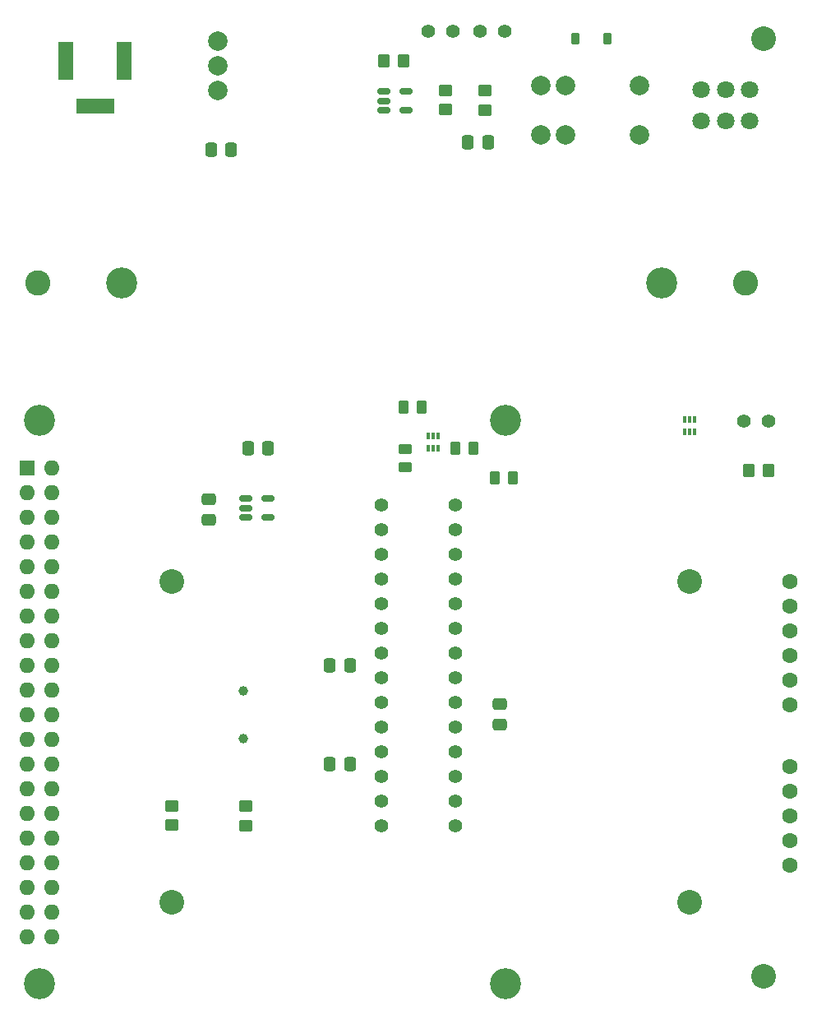
<source format=gts>
%TF.GenerationSoftware,KiCad,Pcbnew,7.0.2-0*%
%TF.CreationDate,2023-08-30T19:58:31-04:00*%
%TF.ProjectId,Pedometer_Prototype_1,5065646f-6d65-4746-9572-5f50726f746f,rev?*%
%TF.SameCoordinates,Original*%
%TF.FileFunction,Soldermask,Top*%
%TF.FilePolarity,Negative*%
%FSLAX46Y46*%
G04 Gerber Fmt 4.6, Leading zero omitted, Abs format (unit mm)*
G04 Created by KiCad (PCBNEW 7.0.2-0) date 2023-08-30 19:58:31*
%MOMM*%
%LPD*%
G01*
G04 APERTURE LIST*
G04 Aperture macros list*
%AMRoundRect*
0 Rectangle with rounded corners*
0 $1 Rounding radius*
0 $2 $3 $4 $5 $6 $7 $8 $9 X,Y pos of 4 corners*
0 Add a 4 corners polygon primitive as box body*
4,1,4,$2,$3,$4,$5,$6,$7,$8,$9,$2,$3,0*
0 Add four circle primitives for the rounded corners*
1,1,$1+$1,$2,$3*
1,1,$1+$1,$4,$5*
1,1,$1+$1,$6,$7*
1,1,$1+$1,$8,$9*
0 Add four rect primitives between the rounded corners*
20,1,$1+$1,$2,$3,$4,$5,0*
20,1,$1+$1,$4,$5,$6,$7,0*
20,1,$1+$1,$6,$7,$8,$9,0*
20,1,$1+$1,$8,$9,$2,$3,0*%
G04 Aperture macros list end*
%ADD10C,1.400000*%
%ADD11C,1.000000*%
%ADD12C,2.540000*%
%ADD13RoundRect,0.250000X-0.450000X0.350000X-0.450000X-0.350000X0.450000X-0.350000X0.450000X0.350000X0*%
%ADD14RoundRect,0.250000X0.337500X0.475000X-0.337500X0.475000X-0.337500X-0.475000X0.337500X-0.475000X0*%
%ADD15RoundRect,0.250000X-0.337500X-0.475000X0.337500X-0.475000X0.337500X0.475000X-0.337500X0.475000X0*%
%ADD16RoundRect,0.250000X-0.475000X0.337500X-0.475000X-0.337500X0.475000X-0.337500X0.475000X0.337500X0*%
%ADD17RoundRect,0.250000X-0.350000X-0.450000X0.350000X-0.450000X0.350000X0.450000X-0.350000X0.450000X0*%
%ADD18C,2.600000*%
%ADD19C,3.200000*%
%ADD20RoundRect,0.250000X0.350000X0.450000X-0.350000X0.450000X-0.350000X-0.450000X0.350000X-0.450000X0*%
%ADD21RoundRect,0.250000X0.262500X0.450000X-0.262500X0.450000X-0.262500X-0.450000X0.262500X-0.450000X0*%
%ADD22RoundRect,0.250000X0.450000X-0.262500X0.450000X0.262500X-0.450000X0.262500X-0.450000X-0.262500X0*%
%ADD23R,0.300000X0.670000*%
%ADD24C,1.600000*%
%ADD25RoundRect,0.250000X0.450000X-0.350000X0.450000X0.350000X-0.450000X0.350000X-0.450000X-0.350000X0*%
%ADD26RoundRect,0.150000X-0.512500X-0.150000X0.512500X-0.150000X0.512500X0.150000X-0.512500X0.150000X0*%
%ADD27RoundRect,0.250000X-0.262500X-0.450000X0.262500X-0.450000X0.262500X0.450000X-0.262500X0.450000X0*%
%ADD28R,1.500000X4.000000*%
%ADD29R,4.000000X1.500000*%
%ADD30C,2.000000*%
%ADD31R,1.600000X1.600000*%
%ADD32O,1.600000X1.600000*%
%ADD33C,1.800000*%
%ADD34RoundRect,0.225000X0.225000X0.375000X-0.225000X0.375000X-0.225000X-0.375000X0.225000X-0.375000X0*%
G04 APERTURE END LIST*
D10*
%TO.C,D2*%
X110236000Y-19558000D03*
X112776000Y-19558000D03*
%TD*%
%TO.C,D1*%
X115570000Y-19558000D03*
X118110000Y-19558000D03*
%TD*%
%TO.C,D4*%
X142748000Y-59690000D03*
X145288000Y-59690000D03*
%TD*%
%TO.C,U1*%
X113030000Y-68326000D03*
X113030000Y-70866000D03*
X113030000Y-73406000D03*
X113030000Y-75946000D03*
X113030000Y-78486000D03*
X113030000Y-81026000D03*
X113030000Y-83566000D03*
X113030000Y-86106000D03*
X113030000Y-88646000D03*
X113030000Y-91186000D03*
X113030000Y-93726000D03*
X113030000Y-96266000D03*
X113030000Y-98806000D03*
X113030000Y-101346000D03*
X105410000Y-101346000D03*
X105410000Y-98806000D03*
X105410000Y-96266000D03*
X105410000Y-93726000D03*
X105410000Y-91186000D03*
X105410000Y-88646000D03*
X105410000Y-86106000D03*
X105410000Y-83566000D03*
X105410000Y-81026000D03*
X105410000Y-78486000D03*
X105410000Y-75946000D03*
X105410000Y-73406000D03*
X105410000Y-70866000D03*
X105410000Y-68326000D03*
%TD*%
D11*
%TO.C,X1*%
X91186000Y-87476000D03*
X91186000Y-92356000D03*
%TD*%
D12*
%TO.C,REF\u002A\u002A*%
X144780000Y-116840000D03*
%TD*%
D13*
%TO.C,R3*%
X116078000Y-25670000D03*
X116078000Y-27670000D03*
%TD*%
D12*
%TO.C,REF\u002A\u002A*%
X137160000Y-109220000D03*
%TD*%
D14*
%TO.C,C2*%
X100054500Y-94996000D03*
X102129500Y-94996000D03*
%TD*%
D15*
%TO.C,C7*%
X87841000Y-31750000D03*
X89916000Y-31750000D03*
%TD*%
D16*
%TO.C,C3*%
X87630000Y-67796500D03*
X87630000Y-69871500D03*
%TD*%
D12*
%TO.C,REF\u002A\u002A*%
X83820000Y-76200000D03*
%TD*%
D17*
%TO.C,R1*%
X105680000Y-22606000D03*
X107680000Y-22606000D03*
%TD*%
D18*
%TO.C,B1*%
X142876000Y-45466000D03*
X69976000Y-45466000D03*
D19*
X134231000Y-45466000D03*
X78621000Y-45466000D03*
%TD*%
D20*
%TO.C,R10*%
X145272000Y-64770000D03*
X143272000Y-64770000D03*
%TD*%
D21*
%TO.C,R6*%
X109497500Y-58293000D03*
X107672500Y-58293000D03*
%TD*%
D12*
%TO.C,REF\u002A\u002A*%
X144780000Y-20320000D03*
%TD*%
D22*
%TO.C,R7*%
X107823000Y-64412500D03*
X107823000Y-62587500D03*
%TD*%
D12*
%TO.C,REF\u002A\u002A*%
X137160000Y-76200000D03*
%TD*%
D23*
%TO.C,Q1*%
X110244000Y-62484000D03*
X110744000Y-62484000D03*
X111244000Y-62484000D03*
X111244000Y-61214000D03*
X110744000Y-61214000D03*
X110244000Y-61214000D03*
%TD*%
D24*
%TO.C,J3*%
X147472400Y-76200000D03*
X147472400Y-78740000D03*
X147472400Y-81280000D03*
X147472400Y-83820000D03*
X147472400Y-86360000D03*
X147472400Y-88900000D03*
%TD*%
%TO.C,J2*%
X147472400Y-105410000D03*
X147472400Y-102870000D03*
X147472400Y-100330000D03*
X147472400Y-97790000D03*
X147472400Y-95250000D03*
%TD*%
D14*
%TO.C,C4*%
X93726000Y-62484000D03*
X91651000Y-62484000D03*
%TD*%
D25*
%TO.C,R2*%
X112014000Y-27654000D03*
X112014000Y-25654000D03*
%TD*%
D26*
%TO.C,U2*%
X91451000Y-67696000D03*
X91451000Y-68646000D03*
X91451000Y-69596000D03*
X93726000Y-69596000D03*
X93726000Y-67696000D03*
%TD*%
D27*
%TO.C,R9*%
X117094000Y-65532000D03*
X118919000Y-65532000D03*
%TD*%
D26*
%TO.C,U3*%
X105675000Y-25786000D03*
X105675000Y-26736000D03*
X105675000Y-27686000D03*
X107950000Y-27686000D03*
X107950000Y-25786000D03*
%TD*%
D16*
%TO.C,C6*%
X117580500Y-90953500D03*
X117580500Y-88878500D03*
%TD*%
D14*
%TO.C,C1*%
X100054500Y-84836000D03*
X102129500Y-84836000D03*
%TD*%
D15*
%TO.C,C5*%
X114278500Y-30988000D03*
X116353500Y-30988000D03*
%TD*%
D28*
%TO.C,J4*%
X78898000Y-22606000D03*
X72898000Y-22606000D03*
D29*
X75898000Y-27306000D03*
%TD*%
D23*
%TO.C,Q2*%
X136660000Y-60833000D03*
X137160000Y-60833000D03*
X137660000Y-60833000D03*
X137660000Y-59563000D03*
X137160000Y-59563000D03*
X136660000Y-59563000D03*
%TD*%
D30*
%TO.C,PS1*%
X88519000Y-20574000D03*
X88519000Y-23114000D03*
X88519000Y-25654000D03*
%TD*%
%TO.C,K1*%
X121794000Y-25146000D03*
X124334000Y-25146000D03*
X131954000Y-25146000D03*
X131954000Y-30226000D03*
X124334000Y-30226000D03*
X121794000Y-30226000D03*
%TD*%
D19*
%TO.C,J1*%
X70176000Y-59663000D03*
X70176000Y-117663000D03*
X118176000Y-59663000D03*
X118176000Y-117663000D03*
D31*
X68906000Y-64533000D03*
D32*
X71446000Y-64533000D03*
X68906000Y-67073000D03*
X71446000Y-67073000D03*
X68906000Y-69613000D03*
X71446000Y-69613000D03*
X68906000Y-72153000D03*
X71446000Y-72153000D03*
X68906000Y-74693000D03*
X71446000Y-74693000D03*
X68906000Y-77233000D03*
X71446000Y-77233000D03*
X68906000Y-79773000D03*
X71446000Y-79773000D03*
X68906000Y-82313000D03*
X71446000Y-82313000D03*
X68906000Y-84853000D03*
X71446000Y-84853000D03*
X68906000Y-87393000D03*
X71446000Y-87393000D03*
X68906000Y-89933000D03*
X71446000Y-89933000D03*
X68906000Y-92473000D03*
X71446000Y-92473000D03*
X68906000Y-95013000D03*
X71446000Y-95013000D03*
X68906000Y-97553000D03*
X71446000Y-97553000D03*
X68906000Y-100093000D03*
X71446000Y-100093000D03*
X68906000Y-102633000D03*
X71446000Y-102633000D03*
X68906000Y-105173000D03*
X71446000Y-105173000D03*
X68906000Y-107713000D03*
X71446000Y-107713000D03*
X68906000Y-110253000D03*
X71446000Y-110253000D03*
X68906000Y-112793000D03*
X71446000Y-112793000D03*
%TD*%
D27*
%TO.C,R8*%
X113006500Y-62484000D03*
X114831500Y-62484000D03*
%TD*%
D13*
%TO.C,R5*%
X83820000Y-99314000D03*
X83820000Y-101314000D03*
%TD*%
%TO.C,R4*%
X91440000Y-99330000D03*
X91440000Y-101330000D03*
%TD*%
D33*
%TO.C,SW1*%
X143344000Y-28803000D03*
X140844000Y-28803000D03*
X138344000Y-28803000D03*
X143344000Y-25553000D03*
X140844000Y-25553000D03*
X138344000Y-25553000D03*
%TD*%
D34*
%TO.C,D3*%
X128650000Y-20320000D03*
X125350000Y-20320000D03*
%TD*%
D12*
%TO.C,REF\u002A\u002A*%
X83820000Y-109220000D03*
%TD*%
M02*

</source>
